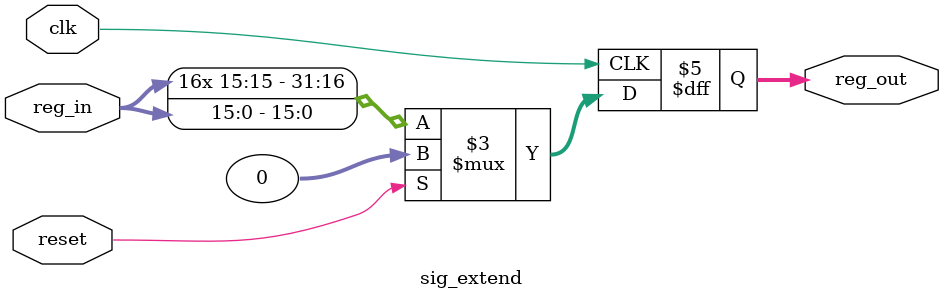
<source format=v>
`timescale 1ns / 1ps
module sig_extend(
	input [15:0]reg_in,
	output reg signed [31:0]reg_out,
	input wire clk,
	input wire reset
    );
	
	always @(posedge clk)
	begin
		if (reset)
		begin
			reg_out <= 0; 
		end
		else
		begin 
			reg_out <= $signed(reg_in);
		end
		
	
		
	end
endmodule

</source>
